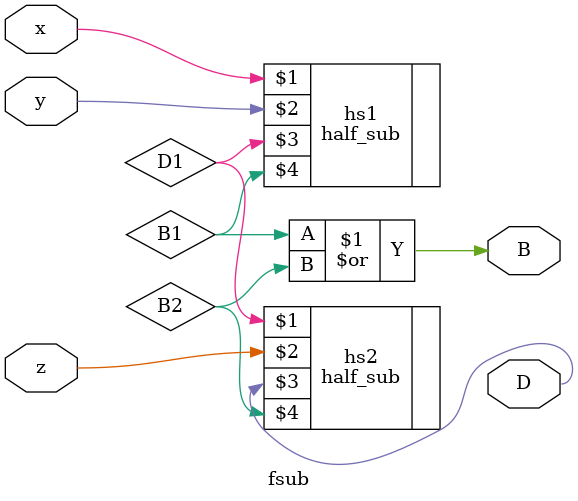
<source format=v>
`timescale 1ns / 1ps


module fsub(
    input x,y,z,
    output D,B
    );
    wire D1, B1, B2;

    half_sub hs1 (x,y,D1,B1);

    half_sub hs2 (D1,z,D,B2);

    assign B = B1 | B2;
endmodule

</source>
